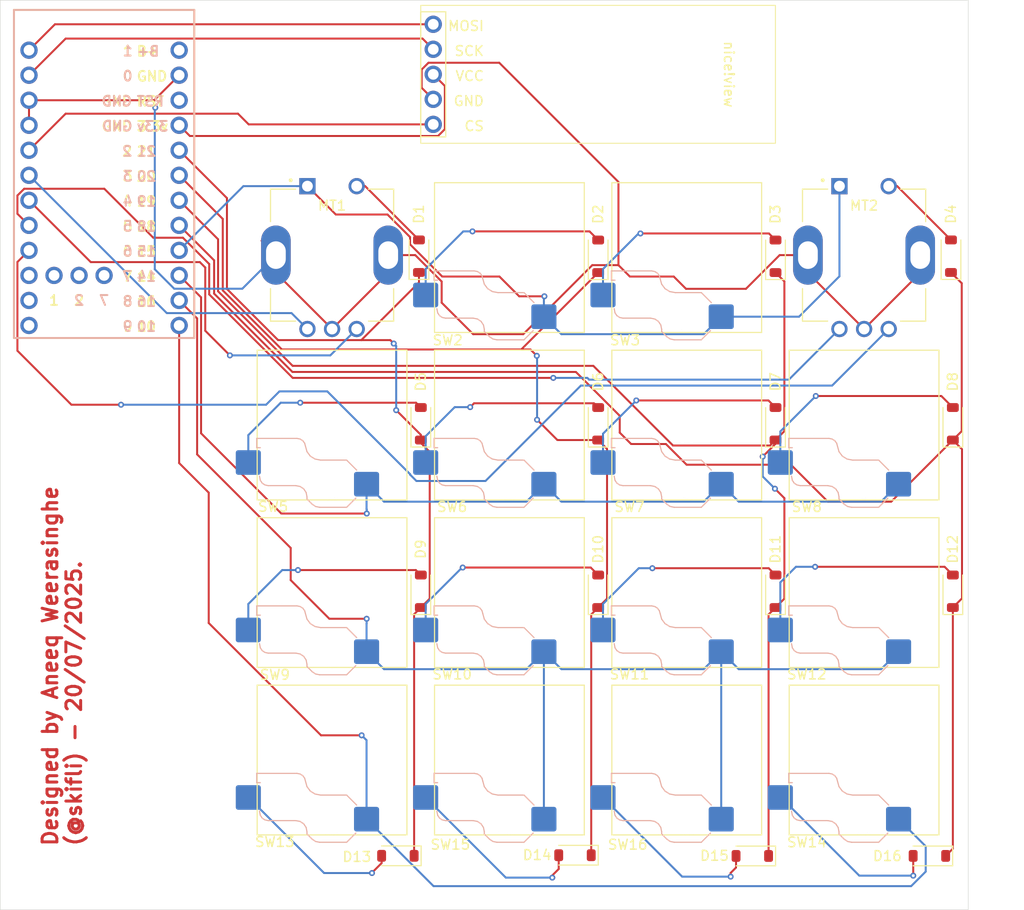
<source format=kicad_pcb>
(kicad_pcb (version 20241229) (generator "pcbnew") (generator_version "9.0")
  (layers (0 "F.Cu" signal) (2 "B.Cu" signal) (13 "F.Paste" user) (15 "B.Paste" user) (5 "F.SilkS" user "F.Silkscreen") (7 "B.SilkS" user "B.Silkscreen") (1 "F.Mask" user) (3 "B.Mask" user) (25 "Edge.Cuts" user))
  (net 0 "")
  (net 1 "/col3")
  (net 2 "/col2")
  (net 3 "/col1")
  (net 4 "/col0")
  (net 5 "/gnd")
  (net 6 "/vcc")
  (net 7 "/cs")
  (net 8 "/mosi")
  (net 9 "/sck")
  (net 10 "/row0")
  (net 11 "/encoder1_b")
  (net 12 "/encoder1_a")
  (net 13 "/encoder2_b")
  (net 14 "/encoder2_a")
  (net 15 "/row2")
  (net 16 "/row1")
  (net 17 "/row3")
  (net 26 "Net-(D1-A)")
  (net 27 "Net-(D2-A)")
  (net 28 "Net-(D3-A)")
  (net 29 "Net-(D4-A)")
  (net 30 "Net-(D5-A)")
  (net 31 "Net-(D6-A)")
  (net 32 "Net-(D7-A)")
  (net 33 "Net-(D8-A)")
  (net 34 "Net-(D9-A)")
  (net 35 "Net-(D10-A)")
  (net 36 "Net-(D11-A)")
  (net 37 "Net-(D12-A)")
  (net 38 "Net-(D13-A)")
  (net 39 "Net-(D14-A)")
  (net 40 "Net-(D15-A)")
  (net 41 "Net-(D16-A)")
  (footprint "ScottoKeebs_Hotswap:Hotswap_Choc_V1_1.00u" (layer "F.Cu") (at 165.32 77.89 180)
    (property "Reference" "SW3")
    (property "Value" "Switch")
  )
  (footprint "Diode_SMD:D_SOD-123" (layer "F.Cu") (at 136 138.61 180)
    (property "Reference" "D13")
    (property "Value" "Diode")
  )
  (footprint "ScottoKeebs_Hotswap:Hotswap_Choc_V1_1.00u" (layer "F.Cu") (at 165.32 128.89 180)
    (property "Reference" "SW16")
    (property "Value" "Switch")
  )
  (footprint "Diode_SMD:D_SOD-123" (layer "F.Cu") (at 174.33 94.76 90)
    (property "Reference" "D7")
    (property "Value" "Diode")
  )
  (footprint "Diode_SMD:D_SOD-123" (layer "F.Cu") (at 189.95 138.62 180)
    (property "Reference" "D16")
    (property "Value" "Diode")
  )
  (footprint "ScottoKeebs_Hotswap:Hotswap_Choc_V1_1.00u" (layer "F.Cu") (at 183.32 111.89 180)
    (property "Reference" "SW12")
    (property "Value" "Switch")
  )
  (footprint "ScottoKeebs_MCU:Nice_Nano_V2" (layer "F.Cu") (at 106.18 70.53)
    (property "Reference" "U1" (hide yes))
    (property "Value" "Nice_Nano_V2" (hide yes))
  )
  (footprint "Diode_SMD:D_SOD-123" (layer "F.Cu") (at 153.975 138.55 180)
    (property "Reference" "D14")
    (property "Value" "Diode")
  )
  (footprint "Diode_SMD:D_SOD-123" (layer "F.Cu") (at 138.33 111.76 90)
    (property "Reference" "D9")
    (property "Value" "Diode")
  )
  (footprint "nice_view:nice_view" (layer "F.Cu") (at 155.82 59.29 -90)
    (property "Reference" "Display1")
    (property "Value" "nice!view")
  )
  (footprint "Diode_SMD:D_SOD-123" (layer "F.Cu") (at 156.33 77.76 90)
    (property "Reference" "D2")
    (property "Value" "Diode")
  )
  (footprint "Diode_SMD:D_SOD-123" (layer "F.Cu") (at 156.33 111.76 90)
    (property "Reference" "D10")
    (property "Value" "Diode")
  )
  (footprint "Diode_SMD:D_SOD-123" (layer "F.Cu") (at 174.33 77.76 90)
    (property "Reference" "D3")
    (property "Value" "Diode")
  )
  (footprint "PEC11R-4215F-S0024:XDCR_PEC11R-4215F-S0024" (layer "F.Cu") (at 183.32 77.64)
    (property "Reference" "MT2")
    (property "Value" "PEC11R-4215F-S0024")
  )
  (footprint "ScottoKeebs_Hotswap:Hotswap_Choc_V1_1.00u" (layer "F.Cu") (at 147.32 128.89 180)
    (property "Reference" "SW15")
    (property "Value" "Switch")
  )
  (footprint "Diode_SMD:D_SOD-123" (layer "F.Cu") (at 192.14 77.75 90)
    (property "Reference" "D4")
    (property "Value" "Diode")
  )
  (footprint "Diode_SMD:D_SOD-123" (layer "F.Cu") (at 192.33 94.76 90)
    (property "Reference" "D8")
    (property "Value" "Diode")
  )
  (footprint "ScottoKeebs_Hotswap:Hotswap_Choc_V1_1.00u" (layer "F.Cu") (at 147.32 77.89 180)
    (property "Reference" "SW2")
    (property "Value" "Switch")
  )
  (footprint "ScottoKeebs_Hotswap:Hotswap_Choc_V1_1.00u" (layer "F.Cu") (at 129.32 111.89 180)
    (property "Reference" "SW9")
    (property "Value" "Switch")
  )
  (footprint "ScottoKeebs_Hotswap:Hotswap_Choc_V1_1.00u" (layer "F.Cu") (at 147.32 111.89 180)
    (property "Reference" "SW10")
    (property "Value" "Switch")
  )
  (footprint "Diode_SMD:D_SOD-123" (layer "F.Cu") (at 156.33 94.76 90)
    (property "Reference" "D6")
    (property "Value" "Diode")
  )
  (footprint "ScottoKeebs_Hotswap:Hotswap_Choc_V1_1.00u" (layer "F.Cu") (at 183.32 94.89 180)
    (property "Reference" "SW8")
    (property "Value" "Switch")
  )
  (footprint "Diode_SMD:D_SOD-123" (layer "F.Cu") (at 171.975 138.625 180)
    (property "Reference" "D15")
    (property "Value" "Diode")
  )
  (footprint "Diode_SMD:D_SOD-123" (layer "F.Cu") (at 192.33 111.76 90)
    (property "Reference" "D12")
    (property "Value" "Diode")
  )
  (footprint "Diode_SMD:D_SOD-123" (layer "F.Cu") (at 138.33 94.76 90)
    (property "Reference" "D5")
    (property "Value" "Diode")
  )
  (footprint "ScottoKeebs_Hotswap:Hotswap_Choc_V1_1.00u" (layer "F.Cu") (at 165.32 94.89 180)
    (property "Reference" "SW7")
    (property "Value" "Switch")
  )
  (footprint "Diode_SMD:D_SOD-123" (layer "F.Cu") (at 138.14 77.75 90)
    (property "Reference" "D1")
    (property "Value" "Diode")
  )
  (footprint "PEC11R-4215F-S0024:XDCR_PEC11R-4215F-S0024" (layer "F.Cu") (at 129.32 77.64)
    (property "Reference" "MT1")
    (property "Value" "PEC11R-4215F-S0024")
  )
  (footprint "ScottoKeebs_Hotswap:Hotswap_Choc_V1_1.00u" (layer "F.Cu") (at 129.32 94.89 180)
    (property "Reference" "SW5")
    (property "Value" "Switch")
  )
  (footprint "ScottoKeebs_Hotswap:Hotswap_Choc_V1_1.00u" (layer "F.Cu") (at 165.32 111.89 180)
    (property "Reference" "SW11")
    (property "Value" "Switch")
  )
  (footprint "ScottoKeebs_Hotswap:Hotswap_Choc_V1_1.00u" (layer "F.Cu") (at 147.32 94.89 180)
    (property "Reference" "SW6")
    (property "Value" "Switch")
  )
  (footprint "ScottoKeebs_Hotswap:Hotswap_Choc_V1_1.00u" (layer "F.Cu") (at 129.32 128.89 180)
    (property "Reference" "SW13")
    (property "Value" "Switch")
  )
  (footprint "ScottoKeebs_Hotswap:Hotswap_Choc_V1_1.00u" (layer "F.Cu") (at 183.32 128.89 180)
    (property "Reference" "SW14")
    (property "Value" "Switch")
  )
  (footprint "Diode_SMD:D_SOD-123" (layer "F.Cu") (at 174.33 111.76 90)
    (property "Reference" "D11")
    (property "Value" "Diode")
  )
  (gr_rect (start 95.64 51.77) (end 193.89 144.08) (stroke (width 0.05)) (fill no) (layer "Edge.Cuts"))
  (gr_text "Designed by Aneeq Weerasinghe\n(@skifli) - 20/07/2025." (at 104 137.75 90) (layer "F.Cu") (effects (font (size 1.5 1.5) (thickness 0.3) (bold yes)) (justify left bottom)))
  (segment (start 193.26 112.48) (end 192.33 113.41) (width 0.2) (layer "F.Cu") (net 1))
  (segment (start 165.306957 98.914) (end 175.890935 98.914) (width 0.2) (layer "F.Cu") (net 1))
  (segment (start 179.642935 102.666) (end 186.074 102.666) (width 0.2) (layer "F.Cu") (net 1))
  (segment (start 158.519 93.94889) (end 158.519 95.659) (width 0.2) (layer "F.Cu") (net 1))
  (segment (start 192.33 96.41) (end 193.26 97.34) (width 0.2) (layer "F.Cu") (net 1))
  (segment (start 117.349 81.548) (end 117.349 78.169) (width 0.2) (layer "F.Cu") (net 1))
  (segment (start 163.206957 96.814) (end 165.306957 98.914) (width 0.2) (layer "F.Cu") (net 1))
  (segment (start 125.3 89.499) (end 154.06911 89.499) (width 0.2) (layer "F.Cu") (net 1))
  (segment (start 125.3 89.499) (end 117.349 81.548) (width 0.2) (layer "F.Cu") (net 1))
  (segment (start 193.231 80.491) (end 192.14 79.4) (width 0.2) (layer "F.Cu") (net 1))
  (segment (start 175.890935 98.914) (end 179.642935 102.666) (width 0.2) (layer "F.Cu") (net 1))
  (segment (start 154.06911 89.499) (end 158.519 93.94889) (width 0.2) (layer "F.Cu") (net 1))
  (segment (start 158.519 95.659) (end 159.674 96.814) (width 0.2) (layer "F.Cu") (net 1))
  (segment (start 192.33 113.41) (end 192.33 137.89) (width 0.2) (layer "F.Cu") (net 1))
  (segment (start 192.33 96.41) (end 193.231 95.509) (width 0.2) (layer "F.Cu") (net 1))
  (segment (start 117.349 78.169) (end 113.8 74.62) (width 0.2) (layer "F.Cu") (net 1))
  (segment (start 186.074 102.666) (end 192.33 96.41) (width 0.2) (layer "F.Cu") (net 1))
  (segment (start 193.26 97.34) (end 193.26 112.48) (width 0.2) (layer "F.Cu") (net 1))
  (segment (start 159.674 96.814) (end 163.206957 96.814) (width 0.2) (layer "F.Cu") (net 1))
  (segment (start 193.231 95.509) (end 193.231 80.491) (width 0.2) (layer "F.Cu") (net 1))
  (segment (start 192.33 137.89) (end 191.6 138.62) (width 0.2) (layer "F.Cu") (net 1))
  (segment (start 173.774 96.966) (end 174.33 96.41) (width 0.2) (layer "F.Cu") (net 2))
  (segment (start 173.625 138.625) (end 173.625 114.115) (width 0.2) (layer "F.Cu") (net 2))
  (segment (start 173.625 114.115) (end 174.33 113.41) (width 0.2) (layer "F.Cu") (net 2))
  (segment (start 117.75 76.03) (end 117.75 81.3092) (width 0.2) (layer "F.Cu") (net 2))
  (segment (start 113.8 72.08) (end 117.75 76.03) (width 0.2) (layer "F.Cu") (net 2))
  (segment (start 117.75 81.3092) (end 125.3208 88.88) (width 0.2) (layer "F.Cu") (net 2))
  (segment (start 163.926057 96.966) (end 173.774 96.966) (width 0.2) (layer "F.Cu") (net 2))
  (segment (start 175.231 102.311) (end 175.231 112.509) (width 0.2) (layer "F.Cu") (net 2))
  (segment (start 174.33 96.41) (end 174.33 96.79) (width 0.2) (layer "F.Cu") (net 2))
  (segment (start 174.27 101.35) (end 175.231 102.311) (width 0.2) (layer "F.Cu") (net 2))
  (segment (start 175.231 112.509) (end 174.33 113.41) (width 0.2) (layer "F.Cu") (net 2))
  (segment (start 155.840057 88.88) (end 163.926057 96.966) (width 0.2) (layer "F.Cu") (net 2))
  (segment (start 175.231 95.509) (end 174.33 96.41) (width 0.2) (layer "F.Cu") (net 2))
  (segment (start 125.3208 88.88) (end 155.840057 88.88) (width 0.2) (layer "F.Cu") (net 2))
  (segment (start 175.231 80.311) (end 175.231 95.509) (width 0.2) (layer "F.Cu") (net 2))
  (segment (start 174.33 96.79) (end 173.03 98.09) (width 0.2) (layer "F.Cu") (net 2))
  (segment (start 174.33 79.41) (end 175.231 80.311) (width 0.2) (layer "F.Cu") (net 2))
  (via (at 174.27 101.35) (size 0.6) (drill 0.3) (layers "F.Cu" "B.Cu") (net 2))
  (via (at 173.03 98.09) (size 0.6) (drill 0.3) (layers "F.Cu" "B.Cu") (net 2))
  (segment (start 173.03 98.09) (end 173.03 100.11) (width 0.2) (layer "B.Cu") (net 2))
  (segment (start 173.03 100.11) (end 174.27 101.35) (width 0.2) (layer "B.Cu") (net 2))
  (segment (start 155.625 114.115) (end 156.33 113.41) (width 0.2) (layer "F.Cu") (net 3))
  (segment (start 156.33 96.41) (end 152.19 96.41) (width 0.2) (layer "F.Cu") (net 3))
  (segment (start 118.225 73.965) (end 118.225 81.2171) (width 0.2) (layer "F.Cu") (net 3))
  (segment (start 118.225 81.2171) (end 124.2242 87.2163) (width 0.2) (layer "F.Cu") (net 3))
  (segment (start 157.231 112.509) (end 156.33 113.41) (width 0.2) (layer "F.Cu") (net 3))
  (segment (start 155.625 138.55) (end 155.625 114.115) (width 0.2) (layer "F.Cu") (net 3))
  (segment (start 152.19 96.41) (end 150.13 94.35) (width 0.2) (layer "F.Cu") (net 3))
  (segment (start 124.2242 87.2163) (end 148.5237 87.2163) (width 0.2) (layer "F.Cu") (net 3))
  (segment (start 148.5237 87.2163) (end 156.33 79.41) (width 0.2) (layer "F.Cu") (net 3))
  (segment (start 156.33 96.41) (end 157.231 97.311) (width 0.2) (layer "F.Cu") (net 3))
  (segment (start 113.8 69.54) (end 118.225 73.965) (width 0.2) (layer "F.Cu") (net 3))
  (segment (start 149.4563 87.2163) (end 148.5237 87.2163) (width 0.2) (layer "F.Cu") (net 3))
  (segment (start 157.231 97.311) (end 157.231 112.509) (width 0.2) (layer "F.Cu") (net 3))
  (segment (start 150.1 87.86) (end 149.4563 87.2163) (width 0.2) (layer "F.Cu") (net 3))
  (via (at 150.13 94.35) (size 0.6) (drill 0.3) (layers "F.Cu" "B.Cu") (net 3))
  (via (at 150.1 87.86) (size 0.6) (drill 0.3) (layers "F.Cu" "B.Cu") (net 3))
  (segment (start 150.13 94.35) (end 150.13 87.89) (width 0.2) (layer "B.Cu") (net 3))
  (segment (start 150.13 87.89) (end 150.1 87.86) (width 0.2) (layer "B.Cu") (net 3))
  (segment (start 118.65 81.075) (end 123.841 86.266) (width 0.2) (layer "F.Cu") (net 4))
  (segment (start 138.29 96.67) (end 139.231 97.611) (width 0.2) (layer "F.Cu") (net 4))
  (segment (start 138.33 96.41) (end 138.33 95.88) (width 0.2) (layer "F.Cu") (net 4))
  (segment (start 118.65 71.85) (end 118.65 81.075) (width 0.2) (layer "F.Cu") (net 4))
  (segment (start 137.65 138.61) (end 137.65 114.09) (width 0.2) (layer "F.Cu") (net 4))
  (segment (start 137.65 114.09) (end 138.33 113.41) (width 0.2) (layer "F.Cu") (net 4))
  (segment (start 135.2297 86.266) (end 132.286405 86.266) (width 0.2) (layer "F.Cu") (net 4))
  (segment (start 138.14 80.412405) (end 138.14 79.4) (width 0.2) (layer "F.Cu") (net 4))
  (segment (start 139.231 112.509) (end 138.33 113.41) (width 0.2) (layer "F.Cu") (net 4))
  (segment (start 113.8 67) (end 118.65 71.85) (width 0.2) (layer "F.Cu") (net 4))
  (segment (start 138.33 95.88) (end 135.83 93.38) (width 0.2) (layer "F.Cu") (net 4))
  (segment (start 123.841 86.266) (end 132.286405 86.266) (width 0.2) (layer "F.Cu") (net 4))
  (segment (start 138.33 96.41) (end 138.33 96.63) (width 0.2) (layer "F.Cu") (net 4))
  (segment (start 138.33 96.63) (end 138.29 96.67) (width 0.2) (layer "F.Cu") (net 4))
  (segment (start 135.58 86.6163) (end 135.2297 86.266) (width 0.2) (layer "F.Cu") (net 4))
  (segment (start 139.231 97.611) (end 139.231 112.509) (width 0.2) (layer "F.Cu") (net 4))
  (segment (start 132.286405 86.266) (end 138.14 80.412405) (width 0.2) (layer "F.Cu") (net 4))
  (via (at 135.83 93.38) (size 0.6) (drill 0.3) (layers "F.Cu" "B.Cu") (net 4))
  (via (at 135.58 86.6163) (size 0.6) (drill 0.3) (layers "F.Cu" "B.Cu") (net 4))
  (segment (start 135.83 86.8663) (end 135.58 86.6163) (width 0.2) (layer "B.Cu") (net 4))
  (segment (start 135.83 93.38) (end 135.83 86.8663) (width 0.2) (layer "B.Cu") (net 4))
  (segment (start 171.32989 81.06) (end 174.74989 77.64) (width 0.2) (layer "F.Cu") (net 5))
  (segment (start 138.4127 60.6527) (end 138.4127 58.802346) (width 0.2) (layer "F.Cu") (net 5))
  (segment (start 189.02 77.64) (end 189.02 79.44) (width 0.2) (layer "F.Cu") (net 5))
  (segment (start 137.7629 77.64) (end 140.444 80.3211) (width 0.2) (layer "F.Cu") (net 5))
  (segment (start 139.59 61.83) (end 138.4127 60.6527) (width 0.2) (layer "F.Cu") (net 5))
  (segment (start 135.02 77.64) (end 137.7629 77.64) (width 0.2) (layer "F.Cu") (net 5))
  (segment (start 143.642935 85.666) (end 148.72389 85.666) (width 0.2) (layer "F.Cu") (net 5))
  (segment (start 159.542935 79.814) (end 163.997065 79.814) (width 0.2) (layer "F.Cu") (net 5))
  (segment (start 158.387935 70.212935) (end 158.387935 78.659) (width 0.2) (layer "F.Cu") (net 5))
  (segment (start 135.02 79.44) (end 129.32 85.14) (width 0.2) (layer "F.Cu") (net 5))
  (segment (start 140.444 80.3211) (end 140.444 82.467065) (width 0.2) (layer "F.Cu") (net 5))
  (segment (start 177.62 79.44) (end 183.32 85.14) (width 0.2) (layer "F.Cu") (net 5))
  (segment (start 148.72389 85.666) (end 155.73089 78.659) (width 0.2) (layer "F.Cu") (net 5))
  (segment (start 163.997065 79.814) (end 165.243065 81.06) (width 0.2) (layer "F.Cu") (net 5))
  (segment (start 98.56 61.92) (end 111.26 61.92) (width 0.2) (layer "F.Cu") (net 5))
  (segment (start 111.26 61.92) (end 111.26 62.56) (width 0.2) (layer "F.Cu") (net 5))
  (segment (start 165.243065 81.06) (end 171.32989 81.06) (width 0.2) (layer "F.Cu") (net 5))
  (segment (start 155.73089 78.659) (end 158.387935 78.659) (width 0.2) (layer "F.Cu") (net 5))
  (segment (start 158.387935 78.659) (end 159.542935 79.814) (width 0.2) (layer "F.Cu") (net 5))
  (segment (start 111.26 62.56) (end 111.375 62.675) (width 0.2) (layer "F.Cu") (net 5))
  (segment (start 111.26 61.92) (end 113.8 59.38) (width 0.2) (layer "F.Cu") (net 5))
  (segment (start 123.62 79.44) (end 129.32 85.14) (width 0.2) (layer "F.Cu") (net 5))
  (segment (start 189.02 79.44) (end 183.32 85.14) (width 0.2) (layer "F.Cu") (net 5))
  (segment (start 177.62 77.64) (end 177.62 79.44) (width 0.2) (layer "F.Cu") (net 5))
  (segment (start 140.444 82.467065) (end 143.642935 85.666) (width 0.2) (layer "F.Cu") (net 5))
  (segment (start 138.4127 58.802346) (end 139.102346 58.1127) (width 0.2) (layer "F.Cu") (net 5))
  (segment (start 174.74989 77.64) (end 177.62 77.64) (width 0.2) (layer "F.Cu") (net 5))
  (segment (start 98.56 61.92) (end 98.56 64.46) (width 0.2) (layer "F.Cu") (net 5))
  (segment (start 139.102346 58.1127) (end 146.2877 58.1127) (width 0.2) (layer "F.Cu") (net 5))
  (segment (start 123.62 77.64) (end 123.62 79.44) (width 0.2) (layer "F.Cu") (net 5))
  (segment (start 135.02 77.64) (end 135.02 79.44) (width 0.2) (layer "F.Cu") (net 5))
  (segment (start 122.16 76.18) (end 123.62 77.64) (width 0.2) (layer "F.Cu") (net 5))
  (segment (start 146.2877 58.1127) (end 158.387935 70.212935) (width 0.2) (layer "F.Cu") (net 5))
  (via (at 111.375 62.675) (size 0.6) (drill 0.3) (layers "F.Cu" "B.Cu") (net 5))
  (segment (start 111.325 62.725) (end 111.325 79.075354) (width 0.2) (layer "B.Cu") (net 5))
  (segment (start 123.62 77.64) (end 120.21 81.05) (width 0.2) (layer "B.Cu") (net 5))
  (segment (start 120.21 81.05) (end 113.299646 81.05) (width 0.2) (layer "B.Cu") (net 5))
  (segment (start 111.375 62.675) (end 111.325 62.725) (width 0.2) (layer "B.Cu") (net 5))
  (segment (start 111.325 79.075354) (end 113.299646 81.05) (width 0.2) (layer "B.Cu") (net 5))
  (segment (start 140.077654 65.5473) (end 140.7673 64.857654) (width 0.2) (layer "F.Cu") (net 6))
  (segment (start 140.7673 64.857654) (end 140.7673 60.4673) (width 0.2) (layer "F.Cu") (net 6))
  (segment (start 114.8873 65.5473) (end 140.077654 65.5473) (width 0.2) (layer "F.Cu") (net 6))
  (segment (start 113.8 64.46) (end 114.8873 65.5473) (width 0.2) (layer "F.Cu") (net 6))
  (segment (start 140.7673 60.4673) (end 139.59 59.29) (width 0.2) (layer "F.Cu") (net 6))
  (segment (start 119.7677 63.2827) (end 102.2773 63.2827) (width 0.2) (layer "F.Cu") (net 7))
  (segment (start 139.59 64.37) (end 120.855 64.37) (width 0.2) (layer "F.Cu") (net 7))
  (segment (start 120.855 64.37) (end 119.7677 63.2827) (width 0.2) (layer "F.Cu") (net 7))
  (segment (start 102.2773 63.2827) (end 98.56 67) (width 0.2) (layer "F.Cu") (net 7))
  (segment (start 98.56 56.84) (end 101.19 54.21) (width 0.2) (layer "F.Cu") (net 8))
  (segment (start 101.19 54.21) (end 139.59 54.21) (width 0.2) (layer "F.Cu") (net 8))
  (segment (start 98.56 59.38) (end 102.2773 55.6627) (width 0.2) (layer "F.Cu") (net 9))
  (segment (start 139.59 56.75) (end 138.5027 55.6627) (width 0.2) (layer "F.Cu") (net 9))
  (segment (start 138.5027 55.6627) (end 102.2773 55.6627) (width 0.2) (layer "F.Cu") (net 9))
  (segment (start 148.314093 81.82) (end 150.87 81.82) (width 0.2) (layer "F.Cu") (net 10))
  (segment (start 129.7 73.52) (end 134.946999 73.52) (width 0.2) (layer "F.Cu") (net 10))
  (segment (start 146.308093 79.814) (end 148.314093 81.82) (width 0.2) (layer "F.Cu") (net 10))
  (segment (start 137.239 76.549) (end 140.504 79.814) (width 0.2) (layer "F.Cu") (net 10))
  (segment (start 137.239 75.812001) (end 137.239 76.549) (width 0.2) (layer "F.Cu") (net 10))
  (segment (start 126.82 70.64) (end 129.7 73.52) (width 0.2) (layer "F.Cu") (net 10))
  (segment (start 134.946999 73.52) (end 137.239 75.812001) (width 0.2) (layer "F.Cu") (net 10))
  (segment (start 140.504 79.814) (end 146.308093 79.814) (width 0.2) (layer "F.Cu") (net 10))
  (via (at 150.87 81.82) (size 0.6) (drill 0.3) (layers "F.Cu" "B.Cu") (net 10))
  (segment (start 152.596 85.666) (end 167.044 85.666) (width 0.2) (layer "B.Cu") (net 10))
  (segment (start 168.82 83.89) (end 176.72 83.89) (width 0.2) (layer "B.Cu") (net 10))
  (segment (start 150.87 81.82) (end 150.82 81.87) (width 0.2) (layer "B.Cu") (net 10))
  (segment (start 150.82 83.89) (end 152.596 85.666) (width 0.2) (layer "B.Cu") (net 10))
  (segment (start 150.82 81.87) (end 150.82 83.89) (width 0.2) (layer "B.Cu") (net 10))
  (segment (start 167.044 85.666) (end 168.82 83.89) (width 0.2) (layer "B.Cu") (net 10))
  (segment (start 176.72 83.89) (end 180.82 79.79) (width 0.2) (layer "B.Cu") (net 10))
  (segment (start 113.8 77.16) (end 120.32 70.64) (width 0.2) (layer "B.Cu") (net 10))
  (segment (start 120.32 70.64) (end 126.82 70.64) (width 0.2) (layer "B.Cu") (net 10))
  (segment (start 180.82 79.79) (end 180.82 70.64) (width 0.2) (layer "B.Cu") (net 10))
  (segment (start 115.9 78.35) (end 116.45 78.9) (width 0.2) (layer "F.Cu") (net 11))
  (segment (start 104.83 78.35) (end 115.9 78.35) (width 0.2) (layer "F.Cu") (net 11))
  (segment (start 116.45 85.3163) (end 118.95 87.8163) (width 0.2) (layer "F.Cu") (net 11))
  (segment (start 116.45 78.9) (end 116.45 85.3163) (width 0.2) (layer "F.Cu") (net 11))
  (segment (start 98.56 72.08) (end 104.83 78.35) (width 0.2) (layer "F.Cu") (net 11))
  (via (at 118.95 87.8163) (size 0.6) (drill 0.3) (layers "F.Cu" "B.Cu") (net 11))
  (segment (start 129.1437 87.8163) (end 131.82 85.14) (width 0.2) (layer "B.Cu") (net 11))
  (segment (start 118.95 87.8163) (end 129.1437 87.8163) (width 0.2) (layer "B.Cu") (net 11))
  (segment (start 125.205 83.525) (end 126.82 85.14) (width 0.2) (layer "B.Cu") (net 12))
  (segment (start 112.545 83.525) (end 125.205 83.525) (width 0.2) (layer "B.Cu") (net 12))
  (segment (start 98.56 69.54) (end 112.545 83.525) (width 0.2) (layer "B.Cu") (net 12))
  (segment (start 102.6825 92.6425) (end 102.865 92.825) (width 0.2) (layer "F.Cu") (net 13))
  (segment (start 98.56 77.16) (end 97.3827 78.3373) (width 0.2) (layer "F.Cu") (net 13))
  (segment (start 102.865 92.825) (end 107.9 92.825) (width 0.2) (layer "F.Cu") (net 13))
  (segment (start 97.3827 78.3373) (end 97.3827 87.3427) (width 0.2) (layer "F.Cu") (net 13))
  (segment (start 97.3827 87.3427) (end 102.6825 92.6425) (width 0.2) (layer "F.Cu") (net 13))
  (via (at 107.9 92.825) (size 0.6) (drill 0.3) (layers "F.Cu" "B.Cu") (net 13))
  (segment (start 107.9 92.825) (end 122.625 92.825) (width 0.2) (layer "B.Cu") (net 13))
  (segment (start 137.244 99.92516) (end 137.88484 100.566) (width 0.2) (layer "B.Cu") (net 13))
  (segment (start 154.575935 90.881) (end 180.079 90.881) (width 0.2) (layer "B.Cu") (net 13))
  (segment (start 137.244 99.878093) (end 137.244 99.92516) (width 0.2) (layer "B.Cu") (net 13))
  (segment (start 144.890935 100.566) (end 154.575935 90.881) (width 0.2) (layer "B.Cu") (net 13))
  (segment (start 128.835907 91.47) (end 137.244 99.878093) (width 0.2) (layer "B.Cu") (net 13))
  (segment (start 122.625 92.825) (end 123.98 91.47) (width 0.2) (layer "B.Cu") (net 13))
  (segment (start 137.88484 100.566) (end 144.890935 100.566) (width 0.2) (layer "B.Cu") (net 13))
  (segment (start 123.98 91.47) (end 128.835907 91.47) (width 0.2) (layer "B.Cu") (net 13))
  (segment (start 180.079 90.881) (end 185.82 85.14) (width 0.2) (layer "B.Cu") (net 13))
  (segment (start 125.32526 90.1) (end 116.851 81.62574) (width 0.2) (layer "F.Cu") (net 14))
  (segment (start 114.179954 75.875) (end 111.175 75.875) (width 0.2) (layer "F.Cu") (net 14))
  (segment (start 97.3827 73.4427) (end 98.56 74.62) (width 0.2) (layer "F.Cu") (net 14))
  (segment (start 116.851 81.62574) (end 116.851 78.546046) (width 0.2) (layer "F.Cu") (net 14))
  (segment (start 97.3827 71.592346) (end 97.3827 73.4427) (width 0.2) (layer "F.Cu") (net 14))
  (segment (start 151.775 90.1) (end 125.32526 90.1) (width 0.2) (layer "F.Cu") (net 14))
  (segment (start 111.175 75.875) (end 106.2027 70.9027) (width 0.2) (layer "F.Cu") (net 14))
  (segment (start 98.072346 70.9027) (end 97.3827 71.592346) (width 0.2) (layer "F.Cu") (net 14))
  (segment (start 116.851 78.546046) (end 114.179954 75.875) (width 0.2) (layer "F.Cu") (net 14))
  (segment (start 106.2027 70.9027) (end 98.072346 70.9027) (width 0.2) (layer "F.Cu") (net 14))
  (via (at 151.775 90.1) (size 0.6) (drill 0.3) (layers "F.Cu" "B.Cu") (net 14))
  (segment (start 155.23 90.1) (end 155.41 90.28) (width 0.2) (layer "B.Cu") (net 14))
  (segment (start 151.775 90.1) (end 155.23 90.1) (width 0.2) (layer "B.Cu") (net 14))
  (segment (start 155.41 90.28) (end 175.68 90.28) (width 0.2) (layer "B.Cu") (net 14))
  (segment (start 175.68 90.28) (end 180.82 85.14) (width 0.2) (layer "B.Cu") (net 14))
  (segment (start 113.8 82.24) (end 115.624 84.064) (width 0.2) (layer "F.Cu") (net 15))
  (segment (start 129.044093 114.55) (end 132.83 114.55) (width 0.2) (layer "F.Cu") (net 15))
  (segment (start 115.624 84.064) (end 115.624 97.864) (width 0.2) (layer "F.Cu") (net 15))
  (segment (start 125.121 107.361) (end 125.121 110.626907) (width 0.2) (layer "F.Cu") (net 15))
  (segment (start 125.121 110.626907) (end 129.044093 114.55) (width 0.2) (layer "F.Cu") (net 15))
  (segment (start 115.624 97.864) (end 125.121 107.361) (width 0.2) (layer "F.Cu") (net 15))
  (via (at 132.83 114.55) (size 0.6) (drill 0.3) (layers "F.Cu" "B.Cu") (net 15))
  (segment (start 152.596 119.666) (end 167.044 119.666) (width 0.2) (layer "B.Cu") (net 15))
  (segment (start 150.82 117.89) (end 150.82 118.01) (width 0.2) (layer "B.Cu") (net 15))
  (segment (start 150.82 134.89) (end 150.82 117.89) (width 0.2) (layer "B.Cu") (net 15))
  (segment (start 168.82 134.89) (end 168.82 117.89) (width 0.2) (layer "B.Cu") (net 15))
  (segment (start 167.044 119.666) (end 168.82 117.89) (width 0.2) (layer "B.Cu") (net 15))
  (segment (start 132.82 117.89) (end 134.596 119.666) (width 0.2) (layer "B.Cu") (net 15))
  (segment (start 185.044 119.666) (end 186.82 117.89) (width 0.2) (layer "B.Cu") (net 15))
  (segment (start 168.82 117.89) (end 170.596 119.666) (width 0.2) (layer "B.Cu") (net 15))
  (segment (start 149.044 119.666) (end 150.82 117.89) (width 0.2) (layer "B.Cu") (net 15))
  (segment (start 132.82 115.06) (end 132.82 117.89) (width 0.2) (layer "B.Cu") (net 15))
  (segment (start 150.82 118.01) (end 150.91 118.1) (width 0.2) (layer "B.Cu") (net 15))
  (segment (start 132.83 115.05) (end 132.82 115.06) (width 0.2) (layer "B.Cu") (net 15))
  (segment (start 132.83 114.55) (end 132.83 115.05) (width 0.2) (layer "B.Cu") (net 15))
  (segment (start 150.82 117.89) (end 152.596 119.666) (width 0.2) (layer "B.Cu") (net 15))
  (segment (start 170.596 119.666) (end 185.044 119.666) (width 0.2) (layer "B.Cu") (net 15))
  (segment (start 134.596 119.666) (end 149.044 119.666) (width 0.2) (layer "B.Cu") (net 15))
  (segment (start 116.025 95.725) (end 124.17 103.87) (width 0.2) (layer "F.Cu") (net 16))
  (segment (start 124.17 103.87) (end 132.84 103.87) (width 0.2) (layer "F.Cu") (net 16))
  (segment (start 113.8 79.7) (end 116.025 81.925) (width 0.2) (layer "F.Cu") (net 16))
  (segment (start 116.025 81.925) (end 116.025 95.725) (width 0.2) (layer "F.Cu") (net 16))
  (via (at 132.84 103.87) (size 0.6) (drill 0.3) (layers "F.Cu" "B.Cu") (net 16))
  (segment (start 168.82 100.89) (end 170.596 102.666) (width 0.2) (layer "B.Cu") (net 16))
  (segment (start 132.84 103.44) (end 132.82 103.42) (width 0.2) (layer "B.Cu") (net 16))
  (segment (start 149.044 102.666) (end 150.82 100.89) (width 0.2) (layer "B.Cu") (net 16))
  (segment (start 132.82 100.89) (end 134.596 102.666) (width 0.2) (layer "B.Cu") (net 16))
  (segment (start 185.044 102.666) (end 186.82 100.89) (width 0.2) (layer "B.Cu") (net 16))
  (segment (start 170.596 102.666) (end 185.044 102.666) (width 0.2) (layer "B.Cu") (net 16))
  (segment (start 152.596 102.666) (end 167.044 102.666) (width 0.2) (layer "B.Cu") (net 16))
  (segment (start 132.84 103.87) (end 132.84 103.44) (width 0.2) (layer "B.Cu") (net 16))
  (segment (start 150.82 100.89) (end 152.596 102.666) (width 0.2) (layer "B.Cu") (net 16))
  (segment (start 167.044 102.666) (end 168.82 100.89) (width 0.2) (layer "B.Cu") (net 16))
  (segment (start 134.596 102.666) (end 149.044 102.666) (width 0.2) (layer "B.Cu") (net 16))
  (segment (start 132.82 103.42) (end 132.82 100.89) (width 0.2) (layer "B.Cu") (net 16))
  (segment (start 113.8 84.78) (end 113.8 98.75) (width 0.2) (layer "F.Cu") (net 17))
  (segment (start 113.8 98.75) (end 116.8 101.75) (width 0.2) (layer "F.Cu") (net 17))
  (segment (start 116.8 114.979742) (end 128.200258 126.38) (width 0.2) (layer "F.Cu") (net 17))
  (segment (start 128.200258 126.38) (end 132.32 126.38) (width 0.2) (layer "F.Cu") (net 17))
  (segment (start 116.8 101.75) (end 116.8 114.979742) (width 0.2) (layer "F.Cu") (net 17))
  (via (at 132.32 126.38) (size 0.6) (drill 0.3) (layers "F.Cu" "B.Cu") (net 17))
  (segment (start 189.575 140.209943) (end 189.575 137.645) (width 0.2) (layer "B.Cu") (net 17))
  (segment (start 132.32 126.38) (end 132.82 126.88) (width 0.2) (layer "B.Cu") (net 17))
  (segment (start 188.095943 141.689) (end 189.575 140.209943) (width 0.2) (layer "B.Cu") (net 17))
  (segment (start 132.82 134.89) (end 139.619 141.689) (width 0.2) (layer "B.Cu") (net 17))
  (segment (start 139.619 141.689) (end 188.095943 141.689) (width 0.2) (layer "B.Cu") (net 17))
  (segment (start 132.82 126.88) (end 132.82 134.89) (width 0.2) (layer "B.Cu") (net 17))
  (segment (start 189.575 137.645) (end 186.82 134.89) (width 0.2) (layer "B.Cu") (net 17))
  (segment (start 131.82 70.64) (end 132.68 70.64) (width 0.2) (layer "F.Cu") (net 26))
  (segment (start 132.68 70.64) (end 138.14 76.1) (width 0.2) (layer "F.Cu") (net 26))
  (segment (start 156.33 76.11) (end 155.45 75.23) (width 0.2) (layer "F.Cu") (net 27))
  (segment (start 155.45 75.23) (end 143.57 75.23) (width 0.2) (layer "F.Cu") (net 27))
  (via (at 143.57 75.23) (size 0.6) (drill 0.3) (layers "F.Cu" "B.Cu") (net 27))
  (segment (start 142.640108 75.23) (end 138.82 79.050108) (width 0.2) (layer "B.Cu") (net 27))
  (segment (start 138.82 79.050108) (end 138.82 81.69) (width 0.2) (layer "B.Cu") (net 27))
  (segment (start 143.57 75.23) (end 142.640108 75.23) (width 0.2) (layer "B.Cu") (net 27))
  (segment (start 174.33 76.11) (end 173.66 75.44) (width 0.2) (layer "F.Cu") (net 28))
  (segment (start 173.66 75.44) (end 160.62 75.44) (width 0.2) (layer "F.Cu") (net 28))
  (via (at 160.62 75.44) (size 0.6) (drill 0.3) (layers "F.Cu" "B.Cu") (net 28))
  (segment (start 160.430108 75.44) (end 156.82 79.050108) (width 0.2) (layer "B.Cu") (net 28))
  (segment (start 156.82 79.050108) (end 156.82 81.69) (width 0.2) (layer "B.Cu") (net 28))
  (segment (start 160.62 75.44) (end 160.430108 75.44) (width 0.2) (layer "B.Cu") (net 28))
  (segment (start 185.82 70.64) (end 186.68 70.64) (width 0.2) (layer "F.Cu") (net 29))
  (segment (start 186.68 70.64) (end 192.14 76.1) (width 0.2) (layer "F.Cu") (net 29))
  (segment (start 138.33 93.11) (end 137.84 92.62) (width 0.2) (layer "F.Cu") (net 30))
  (segment (start 137.84 92.62) (end 126.09 92.62) (width 0.2) (layer "F.Cu") (net 30))
  (via (at 126.09 92.62) (size 0.6) (drill 0.3) (layers "F.Cu" "B.Cu") (net 30))
  (segment (start 124.11 92.62) (end 120.82 95.91) (width 0.2) (layer "B.Cu") (net 30))
  (segment (start 126.09 92.62) (end 124.11 92.62) (width 0.2) (layer "B.Cu") (net 30))
  (segment (start 120.82 95.91) (end 120.82 98.69) (width 0.2) (layer "B.Cu") (net 30))
  (segment (start 143.731 92.679) (end 155.899 92.679) (width 0.2) (layer "F.Cu") (net 31))
  (segment (start 155.899 92.679) (end 156.33 93.11) (width 0.2) (layer "F.Cu") (net 31))
  (segment (start 143.34 93.07) (end 143.731 92.679) (width 0.2) (layer "F.Cu") (net 31))
  (via (at 143.34 93.07) (size 0.6) (drill 0.3) (layers "F.Cu" "B.Cu") (net 31))
  (segment (start 141.77 93.07) (end 143.34 93.07) (width 0.2) (layer "B.Cu") (net 31))
  (segment (start 138.82 96.02) (end 138.82 98.69) (width 0.2) (layer "B.Cu") (net 31))
  (segment (start 141.77 93.07) (end 138.82 96.02) (width 0.2) (layer "B.Cu") (net 31))
  (segment (start 173.61 92.39) (end 160.2 92.39) (width 0.2) (layer "F.Cu") (net 32))
  (segment (start 174.33 93.11) (end 173.61 92.39) (width 0.2) (layer "F.Cu") (net 32))
  (via (at 160.2 92.39) (size 0.6) (drill 0.3) (layers "F.Cu" "B.Cu") (net 32))
  (segment (start 160.2 92.39) (end 156.82 95.77) (width 0.2) (layer "B.Cu") (net 32))
  (segment (start 156.82 95.77) (end 156.82 98.69) (width 0.2) (layer "B.Cu") (net 32))
  (segment (start 192.33 93.11) (end 191.16 91.94) (width 0.2) (layer "F.Cu") (net 33))
  (segment (start 191.16 91.94) (end 178.42 91.94) (width 0.2) (layer "F.Cu") (net 33))
  (via (at 178.42 91.94) (size 0.6) (drill 0.3) (layers "F.Cu" "B.Cu") (net 33))
  (segment (start 178.42 91.94) (end 174.82 95.54) (width 0.2) (layer "B.Cu") (net 33))
  (segment (start 174.82 95.54) (end 174.82 98.69) (width 0.2) (layer "B.Cu") (net 33))
  (segment (start 137.83 109.61) (end 125.86 109.61) (width 0.2) (layer "F.Cu") (net 34))
  (segment (start 138.33 110.11) (end 137.83 109.61) (width 0.2) (layer "F.Cu") (net 34))
  (via (at 125.86 109.61) (size 0.6) (drill 0.3) (layers "F.Cu" "B.Cu") (net 34))
  (segment (start 124.260108 109.61) (end 120.82 113.050108) (width 0.2) (layer "B.Cu") (net 34))
  (segment (start 125.86 109.61) (end 124.260108 109.61) (width 0.2) (layer "B.Cu") (net 34))
  (segment (start 120.82 113.050108) (end 120.82 115.69) (width 0.2) (layer "B.Cu") (net 34))
  (segment (start 155.57 109.35) (end 142.58 109.35) (width 0.2) (layer "F.Cu") (net 35))
  (segment (start 156.33 110.11) (end 155.57 109.35) (width 0.2) (layer "F.Cu") (net 35))
  (via (at 142.58 109.35) (size 0.6) (drill 0.3) (layers "F.Cu" "B.Cu") (net 35))
  (segment (start 142.58 109.35) (end 142.520108 109.35) (width 0.2) (layer "B.Cu") (net 35))
  (segment (start 138.82 113.050108) (end 138.82 115.69) (width 0.2) (layer "B.Cu") (net 35))
  (segment (start 142.520108 109.35) (end 138.82 113.050108) (width 0.2) (layer "B.Cu") (net 35))
  (segment (start 173.64 109.42) (end 161.83 109.42) (width 0.2) (layer "F.Cu") (net 36))
  (segment (start 174.33 110.11) (end 173.64 109.42) (width 0.2) (layer "F.Cu") (net 36))
  (via (at 161.83 109.42) (size 0.6) (drill 0.3) (layers "F.Cu" "B.Cu") (net 36))
  (segment (start 156.82 113.050108) (end 156.82 115.69) (width 0.2) (layer "B.Cu") (net 36))
  (segment (start 160.450108 109.42) (end 156.82 113.050108) (width 0.2) (layer "B.Cu") (net 36))
  (segment (start 161.83 109.42) (end 160.450108 109.42) (width 0.2) (layer "B.Cu") (net 36))
  (segment (start 191.495 109.275) (end 192.33 110.11) (width 0.2) (layer "F.Cu") (net 37))
  (segment (start 178.35 109.275) (end 191.495 109.275) (width 0.2) (layer "F.Cu") (net 37))
  (via (at 178.35 109.275) (size 0.6) (drill 0.3) (layers "F.Cu" "B.Cu") (net 37))
  (segment (start 178.35 109.275) (end 176.405 109.275) (width 0.2) (layer "B.Cu") (net 37))
  (segment (start 176.405 109.275) (end 174.82 110.86) (width 0.2) (layer "B.Cu") (net 37))
  (segment (start 174.82 110.86) (end 174.82 115.69) (width 0.2) (layer "B.Cu") (net 37))
  (segment (start 134.35 139.35) (end 134.35 138.61) (width 0.2) (layer "F.Cu") (net 38))
  (segment (start 133.37 140.36) (end 133.37 140.33) (width 0.2) (layer "F.Cu") (net 38))
  (segment (start 133.37 140.33) (end 134.35 139.35) (width 0.2) (layer "F.Cu") (net 38))
  (via (at 133.37 140.36) (size 0.6) (drill 0.3) (layers "F.Cu" "B.Cu") (net 38))
  (segment (start 120.82 132.67) (end 128.51 140.36) (width 0.2) (layer "B.Cu") (net 38))
  (segment (start 133.32 140.36) (end 133.37 140.36) (width 0.2) (layer "B.Cu") (net 38))
  (segment (start 120.82 132.69) (end 120.82 132.67) (width 0.2) (layer "B.Cu") (net 38))
  (segment (start 128.51 140.36) (end 133.32 140.36) (width 0.2) (layer "B.Cu") (net 38))
  (segment (start 151.675 140.825) (end 151.675 140.6) (width 0.2) (layer "F.Cu") (net 39))
  (segment (start 151.675 140.6) (end 152.325 139.95) (width 0.2) (layer "F.Cu") (net 39))
  (segment (start 152.325 139.95) (end 152.325 138.55) (width 0.2) (layer "F.Cu") (net 39))
  (via (at 151.675 140.825) (size 0.6) (drill 0.3) (layers "F.Cu" "B.Cu") (net 39))
  (segment (start 138.82 132.69) (end 146.955 140.825) (width 0.2) (layer "B.Cu") (net 39))
  (segment (start 146.955 140.825) (end 151.675 140.825) (width 0.2) (layer "B.Cu") (net 39))
  (segment (start 170.325 139.8) (end 170.325 138.625) (width 0.2) (layer "F.Cu") (net 40))
  (segment (start 169.775 140.35) (end 170.325 139.8) (width 0.2) (layer "F.Cu") (net 40))
  (segment (start 169.775 140.725) (end 169.775 140.35) (width 0.2) (layer "F.Cu") (net 40))
  (via (at 169.775 140.725) (size 0.6) (drill 0.3) (layers "F.Cu" "B.Cu") (net 40))
  (segment (start 164.855 140.725) (end 169.775 140.725) (width 0.2) (layer "B.Cu") (net 40))
  (segment (start 156.82 132.69) (end 164.855 140.725) (width 0.2) (layer "B.Cu") (net 40))
  (segment (start 188.31 140.625) (end 188.31 138.63) (width 0.2) (layer "F.Cu") (net 41))
  (segment (start 188.31 138.63) (end 188.3 138.62) (width 0.2) (layer "F.Cu") (net 41))
  (via (at 188.31 140.625) (size 0.6) (drill 0.3) (layers "F.Cu" "B.Cu") (net 41))
  (segment (start 174.83 132.62) (end 182.835 140.625) (width 0.2) (layer "B.Cu") (net 41))
  (segment (start 174.83 132.68) (end 174.83 132.62) (width 0.2) (layer "B.Cu") (net 41))
  (segment (start 174.82 132.69) (end 174.83 132.68) (width 0.2) (layer "B.Cu") (net 41))
  (segment (start 182.835 140.625) (end 188.31 140.625) (width 0.2) (layer "B.Cu") (net 41))
  (segment (start 188.31 140.625) (end 188.3 140.635) (width 0.2) (layer "B.Cu") (net 41))
)
</source>
